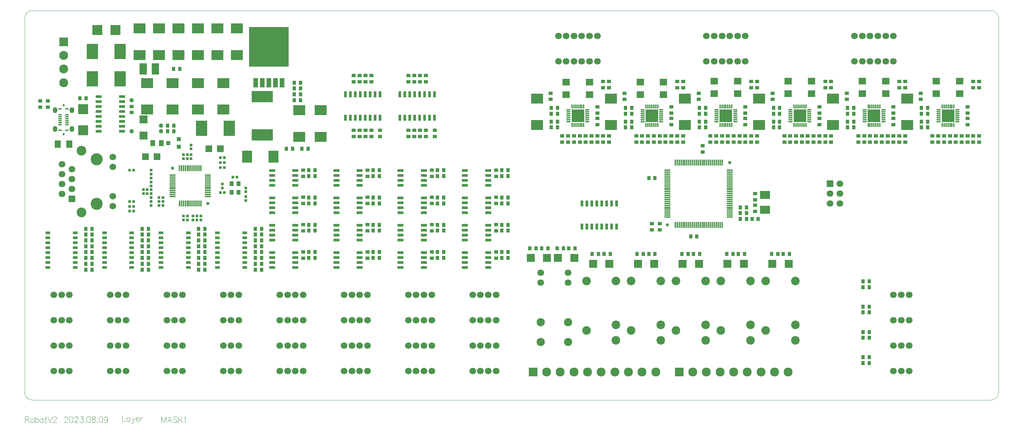
<source format=gbr>
G04*
G04 #@! TF.GenerationSoftware,Altium Limited,Altium Designer,23.8.1 (32)*
G04*
G04 Layer_Color=8388736*
%FSLAX44Y44*%
%MOMM*%
G71*
G04*
G04 #@! TF.SameCoordinates,F21A4230-7023-44C8-9C34-A26C4C793EA4*
G04*
G04*
G04 #@! TF.FilePolarity,Negative*
G04*
G01*
G75*
%ADD21C,0.1000*%
%ADD22R,2.5000X2.5000*%
%ADD23R,1.0000X0.9000*%
%ADD24R,0.9000X1.0000*%
%ADD25R,2.6000X2.6000*%
%ADD26R,1.6000X1.9000*%
%ADD27R,1.9000X1.7000*%
%ADD28R,3.2500X3.2500*%
%ADD29R,0.4000X1.1000*%
%ADD30R,1.1000X0.4000*%
%ADD31C,0.8000*%
%ADD32R,1.6000X0.4000*%
%ADD33R,0.4000X1.6000*%
%ADD34R,2.9000X3.9000*%
%ADD35R,5.5000X3.0000*%
%ADD36R,1.9000X2.9000*%
%ADD37R,1.2430X2.3860*%
%ADD38R,10.2600X10.2600*%
%ADD39R,2.5000X2.0000*%
%ADD40R,2.1000X2.1000*%
%ADD41R,3.1000X2.6000*%
%ADD42R,1.7000X1.7000*%
%ADD43R,0.7000X0.7000*%
%ADD44R,1.3000X1.5000*%
%ADD45R,1.0500X1.3000*%
%ADD46R,0.7000X1.6000*%
%ADD47R,1.3000X0.7000*%
%ADD48R,0.9700X0.4000*%
%ADD49R,1.1000X1.1000*%
%ADD50R,1.6000X0.7000*%
%ADD51R,2.1000X2.1000*%
%ADD52R,0.7000X0.7000*%
%ADD53R,2.6000X3.1000*%
%ADD54C,1.7000*%
%ADD55C,2.1000*%
%ADD56C,1.1000*%
%ADD57R,2.3000X2.3000*%
%ADD58C,2.3000*%
%ADD59C,2.2000*%
%ADD60C,3.1000*%
G04:AMPARAMS|DCode=61|XSize=1.7mm|YSize=1.7mm|CornerRadius=0.21mm|HoleSize=0mm|Usage=FLASHONLY|Rotation=270.000|XOffset=0mm|YOffset=0mm|HoleType=Round|Shape=RoundedRectangle|*
%AMROUNDEDRECTD61*
21,1,1.7000,1.2800,0,0,270.0*
21,1,1.2800,1.7000,0,0,270.0*
1,1,0.4200,-0.6400,-0.6400*
1,1,0.4200,-0.6400,0.6400*
1,1,0.4200,0.6400,0.6400*
1,1,0.4200,0.6400,-0.6400*
%
%ADD61ROUNDEDRECTD61*%
%ADD62C,2.5000*%
%ADD63R,2.3000X2.3000*%
%ADD64C,0.6000*%
%ADD65O,1.2000X1.5000*%
D21*
X-899000Y-542502D02*
Y-557498D01*
Y-542502D02*
X-893287Y-557498D01*
X-887574Y-542502D02*
X-893287Y-557498D01*
X-887574Y-542502D02*
Y-557498D01*
X-871863D02*
X-877576Y-542502D01*
X-883289Y-557498D01*
X-881147Y-552499D02*
X-874005D01*
X-858366Y-544644D02*
X-859794Y-543216D01*
X-861937Y-542502D01*
X-864793D01*
X-866936Y-543216D01*
X-868364Y-544644D01*
Y-546072D01*
X-867650Y-547500D01*
X-866936Y-548215D01*
X-865507Y-548929D01*
X-861222Y-550357D01*
X-859794Y-551071D01*
X-859080Y-551785D01*
X-858366Y-553214D01*
Y-555356D01*
X-859794Y-556784D01*
X-861937Y-557498D01*
X-864793D01*
X-866936Y-556784D01*
X-868364Y-555356D01*
X-855010Y-542502D02*
Y-557498D01*
X-845012Y-542502D02*
X-855010Y-552499D01*
X-851439Y-548929D02*
X-845012Y-557498D01*
X-841655Y-545358D02*
X-840227Y-544644D01*
X-838084Y-542502D01*
Y-557498D01*
X1250000Y480000D02*
G03*
X1230000Y500000I-20000J0D01*
G01*
X1230000Y-500000D02*
G03*
X1250000Y-480000I0J20000D01*
G01*
X-1230000Y500000D02*
G03*
X-1250000Y480000I0J-20000D01*
G01*
X-1249910Y-480090D02*
G03*
X-1230000Y-499910I19910J90D01*
G01*
X1250000Y-480000D02*
Y480000D01*
X-1230000Y500000D02*
X1230000D01*
X-1230000Y-500000D02*
X1230000D01*
X-1249910Y-480090D02*
Y480090D01*
X-1148286Y-546072D02*
Y-545358D01*
X-1147572Y-543930D01*
X-1146858Y-543216D01*
X-1145429Y-542502D01*
X-1142573D01*
X-1141145Y-543216D01*
X-1140430Y-543930D01*
X-1139716Y-545358D01*
Y-546786D01*
X-1140430Y-548215D01*
X-1141859Y-550357D01*
X-1149000Y-557498D01*
X-1139002D01*
X-1131361Y-542502D02*
X-1133503Y-543216D01*
X-1134932Y-545358D01*
X-1135646Y-548929D01*
Y-551071D01*
X-1134932Y-554642D01*
X-1133503Y-556784D01*
X-1131361Y-557498D01*
X-1129933D01*
X-1127790Y-556784D01*
X-1126362Y-554642D01*
X-1125648Y-551071D01*
Y-548929D01*
X-1126362Y-545358D01*
X-1127790Y-543216D01*
X-1129933Y-542502D01*
X-1131361D01*
X-1121577Y-546072D02*
Y-545358D01*
X-1120863Y-543930D01*
X-1120149Y-543216D01*
X-1118721Y-542502D01*
X-1115864D01*
X-1114436Y-543216D01*
X-1113722Y-543930D01*
X-1113008Y-545358D01*
Y-546786D01*
X-1113722Y-548215D01*
X-1115150Y-550357D01*
X-1122291Y-557498D01*
X-1112294D01*
X-1107509Y-542502D02*
X-1099653D01*
X-1103938Y-548215D01*
X-1101796D01*
X-1100368Y-548929D01*
X-1099653Y-549643D01*
X-1098939Y-551785D01*
Y-553214D01*
X-1099653Y-555356D01*
X-1101082Y-556784D01*
X-1103224Y-557498D01*
X-1105367D01*
X-1107509Y-556784D01*
X-1108223Y-556070D01*
X-1108937Y-554642D01*
X-1094869Y-556070D02*
X-1095583Y-556784D01*
X-1094869Y-557498D01*
X-1094155Y-556784D01*
X-1094869Y-556070D01*
X-1086585Y-542502D02*
X-1088727Y-543216D01*
X-1090155Y-545358D01*
X-1090870Y-548929D01*
Y-551071D01*
X-1090155Y-554642D01*
X-1088727Y-556784D01*
X-1086585Y-557498D01*
X-1085157D01*
X-1083014Y-556784D01*
X-1081586Y-554642D01*
X-1080872Y-551071D01*
Y-548929D01*
X-1081586Y-545358D01*
X-1083014Y-543216D01*
X-1085157Y-542502D01*
X-1086585D01*
X-1073945D02*
X-1076087Y-543216D01*
X-1076801Y-544644D01*
Y-546072D01*
X-1076087Y-547500D01*
X-1074659Y-548215D01*
X-1071802Y-548929D01*
X-1069660Y-549643D01*
X-1068232Y-551071D01*
X-1067517Y-552500D01*
Y-554642D01*
X-1068232Y-556070D01*
X-1068946Y-556784D01*
X-1071088Y-557498D01*
X-1073945D01*
X-1076087Y-556784D01*
X-1076801Y-556070D01*
X-1077515Y-554642D01*
Y-552500D01*
X-1076801Y-551071D01*
X-1075373Y-549643D01*
X-1073231Y-548929D01*
X-1070374Y-548215D01*
X-1068946Y-547500D01*
X-1068232Y-546072D01*
Y-544644D01*
X-1068946Y-543216D01*
X-1071088Y-542502D01*
X-1073945D01*
X-1063447Y-556070D02*
X-1064161Y-556784D01*
X-1063447Y-557498D01*
X-1062733Y-556784D01*
X-1063447Y-556070D01*
X-1055163Y-542502D02*
X-1057305Y-543216D01*
X-1058734Y-545358D01*
X-1059448Y-548929D01*
Y-551071D01*
X-1058734Y-554642D01*
X-1057305Y-556784D01*
X-1055163Y-557498D01*
X-1053735D01*
X-1051592Y-556784D01*
X-1050164Y-554642D01*
X-1049450Y-551071D01*
Y-548929D01*
X-1050164Y-545358D01*
X-1051592Y-543216D01*
X-1053735Y-542502D01*
X-1055163D01*
X-1036810Y-547500D02*
X-1037524Y-549643D01*
X-1038952Y-551071D01*
X-1041095Y-551785D01*
X-1041809D01*
X-1043951Y-551071D01*
X-1045379Y-549643D01*
X-1046094Y-547500D01*
Y-546786D01*
X-1045379Y-544644D01*
X-1043951Y-543216D01*
X-1041809Y-542502D01*
X-1041095D01*
X-1038952Y-543216D01*
X-1037524Y-544644D01*
X-1036810Y-547500D01*
Y-551071D01*
X-1037524Y-554642D01*
X-1038952Y-556784D01*
X-1041095Y-557498D01*
X-1042523D01*
X-1044665Y-556784D01*
X-1045379Y-555356D01*
X-1249000Y-542502D02*
Y-557498D01*
Y-542502D02*
X-1242573D01*
X-1240430Y-543216D01*
X-1239716Y-543930D01*
X-1239002Y-545358D01*
Y-546786D01*
X-1239716Y-548215D01*
X-1240430Y-548929D01*
X-1242573Y-549643D01*
X-1249000D01*
X-1244001D02*
X-1239002Y-557498D01*
X-1232075Y-547500D02*
X-1233503Y-548215D01*
X-1234932Y-549643D01*
X-1235646Y-551785D01*
Y-553214D01*
X-1234932Y-555356D01*
X-1233503Y-556784D01*
X-1232075Y-557498D01*
X-1229933D01*
X-1228504Y-556784D01*
X-1227076Y-555356D01*
X-1226362Y-553214D01*
Y-551785D01*
X-1227076Y-549643D01*
X-1228504Y-548215D01*
X-1229933Y-547500D01*
X-1232075D01*
X-1223077Y-542502D02*
Y-557498D01*
Y-549643D02*
X-1221649Y-548215D01*
X-1220220Y-547500D01*
X-1218078D01*
X-1216650Y-548215D01*
X-1215221Y-549643D01*
X-1214507Y-551785D01*
Y-553214D01*
X-1215221Y-555356D01*
X-1216650Y-556784D01*
X-1218078Y-557498D01*
X-1220220D01*
X-1221649Y-556784D01*
X-1223077Y-555356D01*
X-1207723Y-547500D02*
X-1209151Y-548215D01*
X-1210580Y-549643D01*
X-1211294Y-551785D01*
Y-553214D01*
X-1210580Y-555356D01*
X-1209151Y-556784D01*
X-1207723Y-557498D01*
X-1205581D01*
X-1204153Y-556784D01*
X-1202724Y-555356D01*
X-1202010Y-553214D01*
Y-551785D01*
X-1202724Y-549643D01*
X-1204153Y-548215D01*
X-1205581Y-547500D01*
X-1207723D01*
X-1196583Y-542502D02*
Y-554642D01*
X-1195869Y-556784D01*
X-1194440Y-557498D01*
X-1193012D01*
X-1198725Y-547500D02*
X-1193726D01*
X-1190870Y-542502D02*
X-1185156Y-557498D01*
X-1179444Y-542502D02*
X-1185156Y-557498D01*
X-1176801Y-546072D02*
Y-545358D01*
X-1176087Y-543930D01*
X-1175373Y-543216D01*
X-1173945Y-542502D01*
X-1171088D01*
X-1169660Y-543216D01*
X-1168946Y-543930D01*
X-1168232Y-545358D01*
Y-546786D01*
X-1168946Y-548215D01*
X-1170374Y-550357D01*
X-1177515Y-557498D01*
X-1167517D01*
X-999000Y-540002D02*
Y-554999D01*
X-990430D01*
X-980218Y-545001D02*
Y-554999D01*
Y-547144D02*
X-981647Y-545715D01*
X-983075Y-545001D01*
X-985217D01*
X-986646Y-545715D01*
X-988074Y-547144D01*
X-988788Y-549286D01*
Y-550714D01*
X-988074Y-552856D01*
X-986646Y-554285D01*
X-985217Y-554999D01*
X-983075D01*
X-981647Y-554285D01*
X-980218Y-552856D01*
X-975505Y-545001D02*
X-971220Y-554999D01*
X-966936Y-545001D02*
X-971220Y-554999D01*
X-972648Y-557855D01*
X-974077Y-559284D01*
X-975505Y-559998D01*
X-976219D01*
X-964436Y-549286D02*
X-955866D01*
Y-547858D01*
X-956581Y-546429D01*
X-957295Y-545715D01*
X-958723Y-545001D01*
X-960865D01*
X-962294Y-545715D01*
X-963722Y-547144D01*
X-964436Y-549286D01*
Y-550714D01*
X-963722Y-552856D01*
X-962294Y-554285D01*
X-960865Y-554999D01*
X-958723D01*
X-957295Y-554285D01*
X-955866Y-552856D01*
X-952653Y-545001D02*
Y-554999D01*
Y-549286D02*
X-951939Y-547144D01*
X-950510Y-545715D01*
X-949082Y-545001D01*
X-946940D01*
D22*
X-1016500Y450000D02*
D03*
X-1063500D02*
D03*
D23*
X1155000Y162000D02*
D03*
Y178000D02*
D03*
X965000D02*
D03*
Y162000D02*
D03*
X775000D02*
D03*
Y178000D02*
D03*
X585000D02*
D03*
Y162000D02*
D03*
X395000D02*
D03*
Y178000D02*
D03*
X205000D02*
D03*
Y162000D02*
D03*
X1125000D02*
D03*
Y178000D02*
D03*
X935000D02*
D03*
Y162000D02*
D03*
X745000D02*
D03*
Y178000D02*
D03*
X555000D02*
D03*
Y162000D02*
D03*
X365000D02*
D03*
Y178000D02*
D03*
X175000D02*
D03*
Y162000D02*
D03*
X1170000D02*
D03*
Y178000D02*
D03*
X980000D02*
D03*
Y162000D02*
D03*
X790000D02*
D03*
Y178000D02*
D03*
X600000D02*
D03*
Y162000D02*
D03*
X410000D02*
D03*
Y178000D02*
D03*
X220000D02*
D03*
Y162000D02*
D03*
X1170000Y207000D02*
D03*
Y223000D02*
D03*
X980000D02*
D03*
Y207000D02*
D03*
X790000D02*
D03*
Y223000D02*
D03*
X600000D02*
D03*
Y207000D02*
D03*
X410000D02*
D03*
Y223000D02*
D03*
X220000D02*
D03*
Y207000D02*
D03*
X-360000Y177000D02*
D03*
Y193000D02*
D03*
X-220000D02*
D03*
Y177000D02*
D03*
X-375000D02*
D03*
Y193000D02*
D03*
X-235000D02*
D03*
Y177000D02*
D03*
X-390000D02*
D03*
Y193000D02*
D03*
X-250000D02*
D03*
Y177000D02*
D03*
X-405000D02*
D03*
Y193000D02*
D03*
X-265000D02*
D03*
Y177000D02*
D03*
X-1190000Y268000D02*
D03*
Y252000D02*
D03*
X-405000Y317000D02*
D03*
Y333000D02*
D03*
X-265000D02*
D03*
Y317000D02*
D03*
X-390000D02*
D03*
Y333000D02*
D03*
X-250000D02*
D03*
Y317000D02*
D03*
X-375000D02*
D03*
Y333000D02*
D03*
X-235000D02*
D03*
Y317000D02*
D03*
X-360000D02*
D03*
Y333000D02*
D03*
X-220000D02*
D03*
Y317000D02*
D03*
X1170000Y253000D02*
D03*
Y237000D02*
D03*
X980000D02*
D03*
Y253000D02*
D03*
X790000D02*
D03*
Y237000D02*
D03*
X600000D02*
D03*
Y253000D02*
D03*
X410000D02*
D03*
Y237000D02*
D03*
X220000D02*
D03*
Y253000D02*
D03*
X1110000Y178000D02*
D03*
Y162000D02*
D03*
X920000D02*
D03*
Y178000D02*
D03*
X730000D02*
D03*
Y162000D02*
D03*
X540000D02*
D03*
Y178000D02*
D03*
X350000D02*
D03*
Y162000D02*
D03*
X160000D02*
D03*
Y178000D02*
D03*
X1095000D02*
D03*
Y162000D02*
D03*
X905000D02*
D03*
Y178000D02*
D03*
X715000D02*
D03*
Y162000D02*
D03*
X525000D02*
D03*
Y178000D02*
D03*
X335000D02*
D03*
Y162000D02*
D03*
X145000D02*
D03*
Y178000D02*
D03*
X1080000D02*
D03*
Y162000D02*
D03*
X890000D02*
D03*
Y178000D02*
D03*
X700000D02*
D03*
Y162000D02*
D03*
X510000D02*
D03*
Y178000D02*
D03*
X320000D02*
D03*
Y162000D02*
D03*
X130000D02*
D03*
Y178000D02*
D03*
X-975000Y238048D02*
D03*
Y254048D02*
D03*
X1200000Y302000D02*
D03*
Y318000D02*
D03*
X1010000D02*
D03*
Y302000D02*
D03*
X820000D02*
D03*
Y318000D02*
D03*
X630000D02*
D03*
Y302000D02*
D03*
X440000D02*
D03*
Y318000D02*
D03*
X250000Y318000D02*
D03*
Y302000D02*
D03*
X1200000Y178000D02*
D03*
Y162000D02*
D03*
X1010000D02*
D03*
Y178000D02*
D03*
X820000D02*
D03*
Y162000D02*
D03*
X630000D02*
D03*
Y178000D02*
D03*
X440000D02*
D03*
Y162000D02*
D03*
X250000D02*
D03*
Y178000D02*
D03*
X-1210000Y252000D02*
D03*
Y268000D02*
D03*
X625000Y-15500D02*
D03*
Y500D02*
D03*
X-40000Y-135500D02*
D03*
Y-119500D02*
D03*
X235000Y302000D02*
D03*
Y318000D02*
D03*
Y178000D02*
D03*
Y162000D02*
D03*
X670000Y272000D02*
D03*
Y288000D02*
D03*
X-40000Y74500D02*
D03*
Y90500D02*
D03*
X-535000Y74500D02*
D03*
Y90500D02*
D03*
X290000Y288000D02*
D03*
X425000Y318000D02*
D03*
Y302000D02*
D03*
X615000Y318000D02*
D03*
Y302000D02*
D03*
X805000Y318000D02*
D03*
Y302000D02*
D03*
X995000Y318000D02*
D03*
Y302000D02*
D03*
X1185000Y318000D02*
D03*
Y302000D02*
D03*
Y162000D02*
D03*
Y178000D02*
D03*
X995000Y162000D02*
D03*
Y178000D02*
D03*
X805000Y162000D02*
D03*
Y178000D02*
D03*
X615000Y162000D02*
D03*
Y178000D02*
D03*
X425000Y162000D02*
D03*
Y178000D02*
D03*
X-205000Y-119500D02*
D03*
Y-135500D02*
D03*
X-40000Y20500D02*
D03*
Y4500D02*
D03*
X-370000Y-119500D02*
D03*
Y-135500D02*
D03*
X-205000Y20500D02*
D03*
Y4500D02*
D03*
X-370000Y20500D02*
D03*
Y4500D02*
D03*
X-535000Y20500D02*
D03*
Y4500D02*
D03*
Y-119500D02*
D03*
Y-135500D02*
D03*
X1050000Y288000D02*
D03*
Y272000D02*
D03*
X860000Y288000D02*
D03*
Y272000D02*
D03*
X480000Y288000D02*
D03*
Y272000D02*
D03*
X290000D02*
D03*
X100000Y288000D02*
D03*
Y272000D02*
D03*
X380000Y-47000D02*
D03*
Y-63000D02*
D03*
X490000Y137000D02*
D03*
Y153000D02*
D03*
X360000Y-47000D02*
D03*
Y-63000D02*
D03*
X-535000Y-49500D02*
D03*
Y-65500D02*
D03*
X-370000Y90500D02*
D03*
Y74500D02*
D03*
Y-49500D02*
D03*
Y-65500D02*
D03*
X-205000Y90500D02*
D03*
Y74500D02*
D03*
Y-49500D02*
D03*
Y-65500D02*
D03*
X-40000Y-49500D02*
D03*
Y-65500D02*
D03*
X1140000Y178000D02*
D03*
Y162000D02*
D03*
X950000Y178000D02*
D03*
Y162000D02*
D03*
X760000Y178000D02*
D03*
Y162000D02*
D03*
X570000Y178000D02*
D03*
Y162000D02*
D03*
X380000Y178000D02*
D03*
Y162000D02*
D03*
X190000Y178000D02*
D03*
Y162000D02*
D03*
X-337500Y193000D02*
D03*
Y177000D02*
D03*
X-197500Y193000D02*
D03*
Y177000D02*
D03*
X625000Y14500D02*
D03*
Y30500D02*
D03*
D24*
X1068000Y250000D02*
D03*
X1052000D02*
D03*
X862000D02*
D03*
X878000D02*
D03*
X688000D02*
D03*
X672000D02*
D03*
X482000D02*
D03*
X498000D02*
D03*
X308000D02*
D03*
X292000D02*
D03*
X102000D02*
D03*
X118000D02*
D03*
X-803000Y-75000D02*
D03*
X-787000D02*
D03*
X-642000D02*
D03*
X-658000D02*
D03*
X-803000Y-105000D02*
D03*
X-787000D02*
D03*
X-642000D02*
D03*
X-658000D02*
D03*
X-803000Y-135000D02*
D03*
X-787000D02*
D03*
X-642000D02*
D03*
X-658000D02*
D03*
X-803000Y-165000D02*
D03*
X-787000D02*
D03*
X-642000D02*
D03*
X-658000D02*
D03*
X-883000Y190000D02*
D03*
X-867000D02*
D03*
Y205000D02*
D03*
X-883000D02*
D03*
X-558000Y300000D02*
D03*
X-542000D02*
D03*
X603000Y-20000D02*
D03*
X587000D02*
D03*
X633000Y-35000D02*
D03*
X617000D02*
D03*
X-520500Y75000D02*
D03*
X-504500D02*
D03*
Y-65000D02*
D03*
X-520500D02*
D03*
X-355500Y75000D02*
D03*
X-339500D02*
D03*
X-339500Y-65000D02*
D03*
X-355500D02*
D03*
X-190500Y75000D02*
D03*
X-174500D02*
D03*
Y-65000D02*
D03*
X-190500D02*
D03*
X-25500Y75000D02*
D03*
X-9500D02*
D03*
Y-65000D02*
D03*
X-25500D02*
D03*
X-520500Y90000D02*
D03*
X-504500D02*
D03*
Y-50000D02*
D03*
X-520500D02*
D03*
X-355500Y90000D02*
D03*
X-339500D02*
D03*
X-339500Y-50000D02*
D03*
X-355500D02*
D03*
X-190500Y90000D02*
D03*
X-174500D02*
D03*
Y-50000D02*
D03*
X-190500D02*
D03*
X-25500Y90000D02*
D03*
X-9500D02*
D03*
Y-50000D02*
D03*
X-25500D02*
D03*
X-558000Y285000D02*
D03*
X-542000D02*
D03*
Y270000D02*
D03*
X-558000D02*
D03*
X47000Y-110000D02*
D03*
X63000D02*
D03*
X133000D02*
D03*
X117000D02*
D03*
X207000Y-125000D02*
D03*
X223000D02*
D03*
X338000D02*
D03*
X322000D02*
D03*
X437000D02*
D03*
X453000D02*
D03*
X568000D02*
D03*
X552000D02*
D03*
X667000D02*
D03*
X683000D02*
D03*
X-1077000Y-75000D02*
D03*
X-1093000D02*
D03*
X-948000D02*
D03*
X-932000D02*
D03*
X-1077000Y-105000D02*
D03*
X-1093000D02*
D03*
X-948000D02*
D03*
X-932000D02*
D03*
X-1077000Y-135000D02*
D03*
X-1093000D02*
D03*
X-948000D02*
D03*
X-932000D02*
D03*
X-1077000Y-165000D02*
D03*
X-1093000D02*
D03*
X-948000D02*
D03*
X-932000D02*
D03*
X-520500Y5000D02*
D03*
X-504500D02*
D03*
Y-135000D02*
D03*
X-520500D02*
D03*
X-355500Y5000D02*
D03*
X-339500D02*
D03*
Y-135000D02*
D03*
X-355500D02*
D03*
X-190500Y5000D02*
D03*
X-174500D02*
D03*
Y-135000D02*
D03*
X-190500D02*
D03*
X-25500Y5000D02*
D03*
X-9500D02*
D03*
Y-135000D02*
D03*
X-25500D02*
D03*
X-520500Y20000D02*
D03*
X-504500D02*
D03*
Y-120000D02*
D03*
X-520500D02*
D03*
X-355500Y20000D02*
D03*
X-339500D02*
D03*
Y-120000D02*
D03*
X-355500D02*
D03*
X-190500Y20000D02*
D03*
X-174500D02*
D03*
Y-120000D02*
D03*
X-190500D02*
D03*
X-25500Y20000D02*
D03*
X-9500D02*
D03*
Y-120000D02*
D03*
X-25500D02*
D03*
X918000Y-405000D02*
D03*
X902000D02*
D03*
Y-340000D02*
D03*
X918000D02*
D03*
Y-275000D02*
D03*
X902000D02*
D03*
X918000Y-210000D02*
D03*
X902000D02*
D03*
Y-390000D02*
D03*
X918000D02*
D03*
Y-325000D02*
D03*
X902000D02*
D03*
Y-260000D02*
D03*
X918000D02*
D03*
Y-195000D02*
D03*
X902000D02*
D03*
X-948000Y-60000D02*
D03*
X-932000D02*
D03*
X-522000Y145000D02*
D03*
X-538000D02*
D03*
X-562000D02*
D03*
X-578000D02*
D03*
X-787000Y-150000D02*
D03*
X-803000D02*
D03*
X-642000D02*
D03*
X-658000D02*
D03*
X-787000Y-120000D02*
D03*
X-803000D02*
D03*
X-642000D02*
D03*
X-658000D02*
D03*
X-787000Y-90000D02*
D03*
X-803000D02*
D03*
X-642000D02*
D03*
X-658000D02*
D03*
X-787000Y-60000D02*
D03*
X-803000D02*
D03*
X-642000D02*
D03*
X-658000D02*
D03*
X93000Y-110000D02*
D03*
X77000D02*
D03*
X163000D02*
D03*
X147000D02*
D03*
X253000Y-125000D02*
D03*
X237000D02*
D03*
X368000D02*
D03*
X352000D02*
D03*
X483000D02*
D03*
X467000D02*
D03*
X598000D02*
D03*
X582000D02*
D03*
X713000D02*
D03*
X697000D02*
D03*
X-1077000Y-150000D02*
D03*
X-1093000D02*
D03*
X-932000D02*
D03*
X-948000D02*
D03*
X-1077000Y-120000D02*
D03*
X-1093000D02*
D03*
X-932000D02*
D03*
X-948000D02*
D03*
X-1077000Y-90000D02*
D03*
X-1093000D02*
D03*
X-932000D02*
D03*
X-948000D02*
D03*
X-1077000Y-60000D02*
D03*
X-1093000D02*
D03*
X-542000Y315000D02*
D03*
X-558000D02*
D03*
X1068000Y235000D02*
D03*
X1052000D02*
D03*
X878000D02*
D03*
X862000D02*
D03*
X688000D02*
D03*
X672000D02*
D03*
X498000D02*
D03*
X482000D02*
D03*
X308000D02*
D03*
X292000D02*
D03*
X118000D02*
D03*
X102000D02*
D03*
X1068000Y215000D02*
D03*
X1052000D02*
D03*
X878000D02*
D03*
X862000D02*
D03*
X688000D02*
D03*
X672000D02*
D03*
X498000D02*
D03*
X482000D02*
D03*
X308000D02*
D03*
X292000D02*
D03*
X118000D02*
D03*
X102000D02*
D03*
X1068000Y200000D02*
D03*
X1052000D02*
D03*
X878000D02*
D03*
X862000D02*
D03*
X688000D02*
D03*
X672000D02*
D03*
X498000D02*
D03*
X482000D02*
D03*
X308000D02*
D03*
X292000D02*
D03*
X118000D02*
D03*
X102000D02*
D03*
X459500Y-80000D02*
D03*
X475500D02*
D03*
X587000Y-5000D02*
D03*
X603000D02*
D03*
X368000Y70000D02*
D03*
X352000D02*
D03*
X587000Y-35000D02*
D03*
X603000D02*
D03*
X-1092000Y275000D02*
D03*
X-1108000D02*
D03*
X-868000Y350000D02*
D03*
X-852000D02*
D03*
D25*
X-1100000Y193000D02*
D03*
Y247000D02*
D03*
D26*
X-1165000Y157500D02*
D03*
X-1135000D02*
D03*
D27*
X140000Y284000D02*
D03*
Y316000D02*
D03*
X1150000Y318500D02*
D03*
Y286500D02*
D03*
X960000Y318500D02*
D03*
Y286500D02*
D03*
X770000Y318500D02*
D03*
Y286500D02*
D03*
X580000Y318500D02*
D03*
Y286500D02*
D03*
X390000Y316000D02*
D03*
Y284000D02*
D03*
X200000Y316000D02*
D03*
Y284000D02*
D03*
X1090000Y318500D02*
D03*
Y286500D02*
D03*
X900000Y318500D02*
D03*
Y286500D02*
D03*
X710000Y318500D02*
D03*
Y286500D02*
D03*
X520000Y318500D02*
D03*
Y286500D02*
D03*
X330000Y316000D02*
D03*
Y284000D02*
D03*
D28*
X170000Y230000D02*
D03*
X550000D02*
D03*
X1120000D02*
D03*
X930000D02*
D03*
X740000D02*
D03*
X360000D02*
D03*
D29*
X155000Y254000D02*
D03*
X160000D02*
D03*
X165000D02*
D03*
X170000D02*
D03*
X175000D02*
D03*
X180000D02*
D03*
X185000D02*
D03*
Y206000D02*
D03*
X180000D02*
D03*
X175000D02*
D03*
X170000D02*
D03*
X165000D02*
D03*
X160000D02*
D03*
X155000D02*
D03*
X535000D02*
D03*
X540000D02*
D03*
X545000D02*
D03*
X550000D02*
D03*
X555000D02*
D03*
X560000D02*
D03*
X565000D02*
D03*
Y254000D02*
D03*
X560000D02*
D03*
X555000D02*
D03*
X550000D02*
D03*
X545000D02*
D03*
X540000D02*
D03*
X535000D02*
D03*
X1105000Y206000D02*
D03*
X1110000D02*
D03*
X1115000D02*
D03*
X1120000D02*
D03*
X1125000D02*
D03*
X1130000D02*
D03*
X1135000D02*
D03*
Y254000D02*
D03*
X1130000D02*
D03*
X1125000D02*
D03*
X1120000D02*
D03*
X1115000D02*
D03*
X1110000D02*
D03*
X1105000D02*
D03*
X915000Y206000D02*
D03*
X920000D02*
D03*
X925000D02*
D03*
X930000D02*
D03*
X935000D02*
D03*
X940000D02*
D03*
X945000D02*
D03*
Y254000D02*
D03*
X940000D02*
D03*
X935000D02*
D03*
X930000D02*
D03*
X925000D02*
D03*
X920000D02*
D03*
X915000D02*
D03*
X725000Y206000D02*
D03*
X730000D02*
D03*
X735000D02*
D03*
X740000D02*
D03*
X745000D02*
D03*
X750000D02*
D03*
X755000D02*
D03*
Y254000D02*
D03*
X750000D02*
D03*
X745000D02*
D03*
X740000D02*
D03*
X735000D02*
D03*
X730000D02*
D03*
X725000D02*
D03*
X345000Y206000D02*
D03*
X350000D02*
D03*
X355000D02*
D03*
X360000D02*
D03*
X365000D02*
D03*
X370000D02*
D03*
X375000D02*
D03*
Y254000D02*
D03*
X370000D02*
D03*
X365000D02*
D03*
X360000D02*
D03*
X355000D02*
D03*
X350000D02*
D03*
X345000D02*
D03*
D30*
X194000Y245000D02*
D03*
Y240000D02*
D03*
Y235000D02*
D03*
Y230000D02*
D03*
Y225000D02*
D03*
Y220000D02*
D03*
Y215000D02*
D03*
X146000D02*
D03*
Y220000D02*
D03*
Y225000D02*
D03*
Y230000D02*
D03*
Y235000D02*
D03*
Y240000D02*
D03*
Y245000D02*
D03*
X526000D02*
D03*
Y240000D02*
D03*
Y235000D02*
D03*
Y230000D02*
D03*
Y225000D02*
D03*
Y220000D02*
D03*
Y215000D02*
D03*
X574000D02*
D03*
Y220000D02*
D03*
Y225000D02*
D03*
Y230000D02*
D03*
Y235000D02*
D03*
Y240000D02*
D03*
Y245000D02*
D03*
X1096000D02*
D03*
Y240000D02*
D03*
Y235000D02*
D03*
Y230000D02*
D03*
Y225000D02*
D03*
Y220000D02*
D03*
Y215000D02*
D03*
X1144000D02*
D03*
Y220000D02*
D03*
Y225000D02*
D03*
Y230000D02*
D03*
Y235000D02*
D03*
Y240000D02*
D03*
Y245000D02*
D03*
X906000D02*
D03*
Y240000D02*
D03*
Y235000D02*
D03*
Y230000D02*
D03*
Y225000D02*
D03*
Y220000D02*
D03*
Y215000D02*
D03*
X954000D02*
D03*
Y220000D02*
D03*
Y225000D02*
D03*
Y230000D02*
D03*
Y235000D02*
D03*
Y240000D02*
D03*
Y245000D02*
D03*
X716000D02*
D03*
Y240000D02*
D03*
Y235000D02*
D03*
Y230000D02*
D03*
Y225000D02*
D03*
Y220000D02*
D03*
Y215000D02*
D03*
X764000D02*
D03*
Y220000D02*
D03*
Y225000D02*
D03*
Y230000D02*
D03*
Y235000D02*
D03*
Y240000D02*
D03*
Y245000D02*
D03*
X336000D02*
D03*
Y240000D02*
D03*
Y235000D02*
D03*
Y230000D02*
D03*
Y225000D02*
D03*
Y220000D02*
D03*
Y215000D02*
D03*
X384000D02*
D03*
Y220000D02*
D03*
Y225000D02*
D03*
Y230000D02*
D03*
Y235000D02*
D03*
Y240000D02*
D03*
Y245000D02*
D03*
D31*
X560000Y110000D02*
D03*
X400000Y-50000D02*
D03*
X-780000Y5000D02*
D03*
X-870000Y95000D02*
D03*
D32*
X560000Y30000D02*
D03*
X400000D02*
D03*
X560000Y90000D02*
D03*
Y85000D02*
D03*
Y80000D02*
D03*
Y75000D02*
D03*
Y70000D02*
D03*
Y65000D02*
D03*
Y60000D02*
D03*
Y55000D02*
D03*
Y50000D02*
D03*
Y45000D02*
D03*
Y40000D02*
D03*
Y35000D02*
D03*
Y25000D02*
D03*
Y20000D02*
D03*
Y15000D02*
D03*
Y10000D02*
D03*
Y5000D02*
D03*
Y0D02*
D03*
Y-5000D02*
D03*
Y-10000D02*
D03*
Y-15000D02*
D03*
Y-20000D02*
D03*
Y-25000D02*
D03*
Y-30000D02*
D03*
X400000Y35000D02*
D03*
Y40000D02*
D03*
Y45000D02*
D03*
Y50000D02*
D03*
Y55000D02*
D03*
Y60000D02*
D03*
Y65000D02*
D03*
Y70000D02*
D03*
Y75000D02*
D03*
Y80000D02*
D03*
Y85000D02*
D03*
Y90000D02*
D03*
Y-30000D02*
D03*
Y-25000D02*
D03*
Y-20000D02*
D03*
Y-15000D02*
D03*
Y-10000D02*
D03*
Y-5000D02*
D03*
Y0D02*
D03*
Y5000D02*
D03*
Y10000D02*
D03*
Y15000D02*
D03*
Y20000D02*
D03*
Y25000D02*
D03*
X-780000Y52500D02*
D03*
Y47500D02*
D03*
X-870000D02*
D03*
Y52500D02*
D03*
X-780000Y42500D02*
D03*
Y37500D02*
D03*
Y32500D02*
D03*
Y27500D02*
D03*
Y22500D02*
D03*
X-870000D02*
D03*
Y27500D02*
D03*
Y32500D02*
D03*
Y37500D02*
D03*
Y42500D02*
D03*
X-780000Y77500D02*
D03*
Y72500D02*
D03*
Y67500D02*
D03*
Y62500D02*
D03*
Y57500D02*
D03*
X-870000D02*
D03*
Y62500D02*
D03*
Y67500D02*
D03*
Y72500D02*
D03*
Y77500D02*
D03*
D33*
X480000Y110000D02*
D03*
Y-50000D02*
D03*
X485000Y110000D02*
D03*
X490000D02*
D03*
X495000D02*
D03*
X500000D02*
D03*
X505000D02*
D03*
X510000D02*
D03*
X515000D02*
D03*
X520000D02*
D03*
X525000D02*
D03*
X530000D02*
D03*
X535000D02*
D03*
X540000D02*
D03*
Y-50000D02*
D03*
X535000D02*
D03*
X530000D02*
D03*
X525000D02*
D03*
X520000D02*
D03*
X515000D02*
D03*
X510000D02*
D03*
X505000D02*
D03*
X500000D02*
D03*
X495000D02*
D03*
X490000D02*
D03*
X485000D02*
D03*
X420000Y110000D02*
D03*
X425000D02*
D03*
X430000D02*
D03*
X435000D02*
D03*
X440000D02*
D03*
X445000D02*
D03*
X450000D02*
D03*
X455000D02*
D03*
X460000D02*
D03*
X465000D02*
D03*
X470000D02*
D03*
X475000D02*
D03*
Y-50000D02*
D03*
X470000D02*
D03*
X465000D02*
D03*
X460000D02*
D03*
X455000D02*
D03*
X450000D02*
D03*
X445000D02*
D03*
X440000D02*
D03*
X435000D02*
D03*
X430000D02*
D03*
X425000D02*
D03*
X420000D02*
D03*
X-822500Y5000D02*
D03*
X-827500D02*
D03*
Y95000D02*
D03*
X-822500D02*
D03*
X-797500Y5000D02*
D03*
X-802500D02*
D03*
X-807500D02*
D03*
X-812500D02*
D03*
X-817500D02*
D03*
X-832500D02*
D03*
X-837500D02*
D03*
X-842500D02*
D03*
X-847500D02*
D03*
X-852500D02*
D03*
X-817500Y95000D02*
D03*
X-812500D02*
D03*
X-807500D02*
D03*
X-802500D02*
D03*
X-797500D02*
D03*
X-852500D02*
D03*
X-847500D02*
D03*
X-842500D02*
D03*
X-837500D02*
D03*
X-832500D02*
D03*
D34*
X-1075560Y325000D02*
D03*
X-1004440D02*
D03*
X-724440Y197500D02*
D03*
X-795560D02*
D03*
X-1004440Y395000D02*
D03*
X-1075560D02*
D03*
D35*
X-640000Y279500D02*
D03*
Y180500D02*
D03*
D36*
X-946000Y350000D02*
D03*
X-914000D02*
D03*
D37*
X-622982Y315000D02*
D03*
X-588946D02*
D03*
X-605964D02*
D03*
X-657018D02*
D03*
X-640000D02*
D03*
D38*
X-622982Y407075D02*
D03*
D39*
X650000Y-11500D02*
D03*
Y26500D02*
D03*
D40*
X-945000Y221000D02*
D03*
Y179000D02*
D03*
D41*
X-740000Y314000D02*
D03*
Y246000D02*
D03*
X-490000Y176000D02*
D03*
Y244000D02*
D03*
X65000Y274000D02*
D03*
Y206000D02*
D03*
X1015000D02*
D03*
Y274000D02*
D03*
X825000Y206000D02*
D03*
Y274000D02*
D03*
X635000Y206000D02*
D03*
Y274000D02*
D03*
X445000Y206000D02*
D03*
Y274000D02*
D03*
X255000Y206000D02*
D03*
Y274000D02*
D03*
X-935000Y246000D02*
D03*
Y314000D02*
D03*
X-955000Y454000D02*
D03*
Y386000D02*
D03*
X-905000Y454000D02*
D03*
Y386000D02*
D03*
X-855000Y454000D02*
D03*
Y386000D02*
D03*
X-805000Y454000D02*
D03*
Y386000D02*
D03*
X-755000Y454000D02*
D03*
Y386000D02*
D03*
X-705000Y454000D02*
D03*
Y386000D02*
D03*
X-870000Y246000D02*
D03*
Y314000D02*
D03*
X-805000Y246000D02*
D03*
Y314000D02*
D03*
X-545000Y244000D02*
D03*
Y176000D02*
D03*
D42*
X-910000Y125000D02*
D03*
X-940000D02*
D03*
X-747500Y145000D02*
D03*
X-777500D02*
D03*
X817300Y55400D02*
D03*
D43*
X-797500Y-37500D02*
D03*
Y-27500D02*
D03*
X-742500Y55000D02*
D03*
Y45000D02*
D03*
X-925000Y10000D02*
D03*
Y0D02*
D03*
X-682500Y22500D02*
D03*
Y12500D02*
D03*
X-817500Y-27500D02*
D03*
Y-37500D02*
D03*
X-832500Y-27500D02*
D03*
Y-37500D02*
D03*
X-842500Y-27500D02*
D03*
Y-37500D02*
D03*
X-807500Y-27500D02*
D03*
Y-37500D02*
D03*
X-822500Y145000D02*
D03*
Y155000D02*
D03*
X-925000Y70000D02*
D03*
Y60000D02*
D03*
Y80000D02*
D03*
Y90000D02*
D03*
Y50000D02*
D03*
Y40000D02*
D03*
Y20000D02*
D03*
Y30000D02*
D03*
X-822500Y130000D02*
D03*
Y120000D02*
D03*
X-832500Y130000D02*
D03*
Y120000D02*
D03*
X-842500Y130000D02*
D03*
Y120000D02*
D03*
X-682500Y45000D02*
D03*
Y35000D02*
D03*
D44*
X-921000Y160000D02*
D03*
X-899000D02*
D03*
D45*
X-718750Y56000D02*
D03*
X-701250Y56000D02*
D03*
X-718750Y34000D02*
D03*
X-701250D02*
D03*
D46*
X-248851Y284856D02*
D03*
X-236151D02*
D03*
X-223451D02*
D03*
X-261551D02*
D03*
X-274251D02*
D03*
X-210751D02*
D03*
X-198051D02*
D03*
X-286951D02*
D03*
X-223452Y225178D02*
D03*
X-236152D02*
D03*
X-286952D02*
D03*
X-248852D02*
D03*
X-261552D02*
D03*
X-274252D02*
D03*
X-210752D02*
D03*
X-198052D02*
D03*
X269448Y-54822D02*
D03*
X256748D02*
D03*
X193248D02*
D03*
X205948D02*
D03*
X218648D02*
D03*
X180548D02*
D03*
X231348D02*
D03*
X244048D02*
D03*
X180549Y4856D02*
D03*
X269449D02*
D03*
X256749D02*
D03*
X193249D02*
D03*
X205949D02*
D03*
X244049D02*
D03*
X231349D02*
D03*
X218649D02*
D03*
X-338052Y225178D02*
D03*
X-350752D02*
D03*
X-414252D02*
D03*
X-401552D02*
D03*
X-388852D02*
D03*
X-426952D02*
D03*
X-376152D02*
D03*
X-363452D02*
D03*
X-426951Y284856D02*
D03*
X-338051D02*
D03*
X-350751D02*
D03*
X-414251D02*
D03*
X-401551D02*
D03*
X-363451D02*
D03*
X-376151D02*
D03*
X-388851D02*
D03*
D47*
X-975000Y-159450D02*
D03*
Y-70550D02*
D03*
Y-83250D02*
D03*
Y-95950D02*
D03*
Y-108650D02*
D03*
Y-121350D02*
D03*
Y-134050D02*
D03*
Y-146750D02*
D03*
X-1045000Y-70550D02*
D03*
Y-83250D02*
D03*
Y-95950D02*
D03*
Y-108650D02*
D03*
Y-121350D02*
D03*
Y-134050D02*
D03*
Y-146750D02*
D03*
Y-159450D02*
D03*
X-755000D02*
D03*
Y-146750D02*
D03*
Y-134050D02*
D03*
Y-121350D02*
D03*
Y-108650D02*
D03*
Y-95950D02*
D03*
Y-83250D02*
D03*
Y-70550D02*
D03*
X-685000Y-146750D02*
D03*
Y-134050D02*
D03*
Y-121350D02*
D03*
Y-108650D02*
D03*
Y-95950D02*
D03*
Y-83250D02*
D03*
Y-70550D02*
D03*
Y-159450D02*
D03*
X-900000D02*
D03*
Y-146750D02*
D03*
Y-134050D02*
D03*
Y-121350D02*
D03*
Y-108650D02*
D03*
Y-95950D02*
D03*
Y-83250D02*
D03*
Y-70550D02*
D03*
X-830000Y-146750D02*
D03*
Y-134050D02*
D03*
Y-121350D02*
D03*
Y-108650D02*
D03*
Y-95950D02*
D03*
Y-83250D02*
D03*
Y-70550D02*
D03*
Y-159450D02*
D03*
X-1190000D02*
D03*
Y-146750D02*
D03*
Y-134050D02*
D03*
Y-121350D02*
D03*
Y-108650D02*
D03*
Y-95950D02*
D03*
Y-83250D02*
D03*
Y-70550D02*
D03*
X-1120000Y-146750D02*
D03*
Y-134050D02*
D03*
Y-121350D02*
D03*
Y-108650D02*
D03*
Y-95950D02*
D03*
Y-83250D02*
D03*
Y-70550D02*
D03*
Y-159450D02*
D03*
D48*
X-1141350Y247500D02*
D03*
Y192500D02*
D03*
Y222500D02*
D03*
Y217500D02*
D03*
Y227500D02*
D03*
Y232500D02*
D03*
Y212500D02*
D03*
Y207500D02*
D03*
X-1158650Y247500D02*
D03*
Y192500D02*
D03*
Y222500D02*
D03*
Y217500D02*
D03*
Y227500D02*
D03*
Y232500D02*
D03*
Y212500D02*
D03*
Y207500D02*
D03*
D49*
X-881000Y160000D02*
D03*
X-854000Y170000D02*
D03*
Y150000D02*
D03*
D50*
X-60155Y-146350D02*
D03*
Y-133650D02*
D03*
Y-120950D02*
D03*
X-119845Y-146350D02*
D03*
Y-133650D02*
D03*
Y-120950D02*
D03*
Y-159050D02*
D03*
X-60155D02*
D03*
Y63650D02*
D03*
Y76350D02*
D03*
Y89050D02*
D03*
X-119845Y63650D02*
D03*
Y76350D02*
D03*
Y89050D02*
D03*
Y50950D02*
D03*
X-60155D02*
D03*
X-555155Y63650D02*
D03*
Y76350D02*
D03*
Y89050D02*
D03*
X-614845Y63650D02*
D03*
Y76350D02*
D03*
Y89050D02*
D03*
Y50950D02*
D03*
X-555155D02*
D03*
X-60155Y-19050D02*
D03*
X-119845D02*
D03*
Y19050D02*
D03*
Y6350D02*
D03*
Y-6350D02*
D03*
X-60155Y19050D02*
D03*
Y6350D02*
D03*
Y-6350D02*
D03*
X-225155Y-159050D02*
D03*
X-284845D02*
D03*
Y-120950D02*
D03*
Y-133650D02*
D03*
Y-146350D02*
D03*
X-225155Y-120950D02*
D03*
Y-133650D02*
D03*
Y-146350D02*
D03*
Y-19050D02*
D03*
X-284845D02*
D03*
Y19050D02*
D03*
Y6350D02*
D03*
Y-6350D02*
D03*
X-225155Y19050D02*
D03*
Y6350D02*
D03*
Y-6350D02*
D03*
X-390155Y-19050D02*
D03*
X-449845D02*
D03*
Y19050D02*
D03*
Y6350D02*
D03*
Y-6350D02*
D03*
X-390155Y19050D02*
D03*
Y6350D02*
D03*
Y-6350D02*
D03*
Y-159050D02*
D03*
X-449845D02*
D03*
Y-120950D02*
D03*
Y-133650D02*
D03*
Y-146350D02*
D03*
X-390155Y-120950D02*
D03*
Y-133650D02*
D03*
Y-146350D02*
D03*
X-555155Y-89050D02*
D03*
X-614845D02*
D03*
Y-50950D02*
D03*
Y-63650D02*
D03*
Y-76350D02*
D03*
X-555155Y-50950D02*
D03*
Y-63650D02*
D03*
Y-76350D02*
D03*
Y-19050D02*
D03*
X-614845D02*
D03*
Y19050D02*
D03*
Y6350D02*
D03*
Y-6350D02*
D03*
X-555155Y19050D02*
D03*
Y6350D02*
D03*
Y-6350D02*
D03*
Y-159050D02*
D03*
X-614845D02*
D03*
Y-120950D02*
D03*
Y-133650D02*
D03*
Y-146350D02*
D03*
X-555155Y-120950D02*
D03*
Y-133650D02*
D03*
Y-146350D02*
D03*
X-1000178Y279448D02*
D03*
Y266748D02*
D03*
Y203248D02*
D03*
Y215948D02*
D03*
Y228648D02*
D03*
Y190548D02*
D03*
Y241348D02*
D03*
Y254048D02*
D03*
X-1059856Y190549D02*
D03*
Y279449D02*
D03*
Y266749D02*
D03*
Y203249D02*
D03*
Y215949D02*
D03*
Y254049D02*
D03*
Y241349D02*
D03*
Y228649D02*
D03*
X-390155Y50950D02*
D03*
X-449845D02*
D03*
Y89050D02*
D03*
Y76350D02*
D03*
Y63650D02*
D03*
X-390155Y89050D02*
D03*
Y76350D02*
D03*
Y63650D02*
D03*
Y-89050D02*
D03*
X-449845D02*
D03*
Y-50950D02*
D03*
Y-63650D02*
D03*
Y-76350D02*
D03*
X-390155Y-50950D02*
D03*
Y-63650D02*
D03*
Y-76350D02*
D03*
X-225155Y50950D02*
D03*
X-284845D02*
D03*
Y89050D02*
D03*
Y76350D02*
D03*
Y63650D02*
D03*
X-225155Y89050D02*
D03*
Y76350D02*
D03*
Y63650D02*
D03*
Y-89050D02*
D03*
X-284845D02*
D03*
Y-50950D02*
D03*
Y-63650D02*
D03*
Y-76350D02*
D03*
X-225155Y-50950D02*
D03*
Y-63650D02*
D03*
Y-76350D02*
D03*
X-60155Y-89050D02*
D03*
X-119845D02*
D03*
Y-50950D02*
D03*
Y-63650D02*
D03*
Y-76350D02*
D03*
X-60155Y-50950D02*
D03*
Y-63650D02*
D03*
Y-76350D02*
D03*
D51*
X91000Y-135000D02*
D03*
X49000D02*
D03*
X161000D02*
D03*
X119000D02*
D03*
X251000Y-150000D02*
D03*
X209000D02*
D03*
X366000D02*
D03*
X324000D02*
D03*
X481000D02*
D03*
X439000D02*
D03*
X596000D02*
D03*
X554000D02*
D03*
X711000D02*
D03*
X669000D02*
D03*
D52*
X-970000Y10000D02*
D03*
X-980000D02*
D03*
X-945000Y30000D02*
D03*
X-935000D02*
D03*
X-945000Y40000D02*
D03*
X-935000D02*
D03*
X-737500Y122500D02*
D03*
X-747500D02*
D03*
X-715000Y72500D02*
D03*
X-705000D02*
D03*
X-747500Y32500D02*
D03*
X-737500D02*
D03*
X-895000Y0D02*
D03*
X-905000D02*
D03*
X-895000Y20000D02*
D03*
X-905000D02*
D03*
X-980000Y-2500D02*
D03*
X-970000D02*
D03*
X-980000Y-15000D02*
D03*
X-970000D02*
D03*
X-980000Y90000D02*
D03*
X-970000D02*
D03*
X-737500Y110000D02*
D03*
X-747500D02*
D03*
X-737500Y97500D02*
D03*
X-747500D02*
D03*
X-905000Y10000D02*
D03*
X-895000D02*
D03*
D53*
X-679000Y125000D02*
D03*
X-611000D02*
D03*
D54*
X-845000Y-230000D02*
D03*
X-865000D02*
D03*
X-885000D02*
D03*
X-845000Y-295000D02*
D03*
X-865000D02*
D03*
X-885000D02*
D03*
X-845000Y-360000D02*
D03*
X-865000D02*
D03*
X-885000D02*
D03*
X-845000Y-425000D02*
D03*
X-865000D02*
D03*
X-885000D02*
D03*
X-1175000Y-425000D02*
D03*
X-1155000D02*
D03*
X-1135000D02*
D03*
X-1175000Y-360000D02*
D03*
X-1155000D02*
D03*
X-1135000D02*
D03*
X-1175000Y-295000D02*
D03*
X-1155000D02*
D03*
X-1135000D02*
D03*
X-1175000Y-230000D02*
D03*
X-1155000D02*
D03*
X-1135000D02*
D03*
X-700000D02*
D03*
X-720000D02*
D03*
X-740000D02*
D03*
X-700000Y-295000D02*
D03*
X-720000D02*
D03*
X-740000D02*
D03*
X-700000Y-360000D02*
D03*
X-720000D02*
D03*
X-740000D02*
D03*
X-700000Y-425000D02*
D03*
X-720000D02*
D03*
X-740000D02*
D03*
X-1030000D02*
D03*
X-1010000D02*
D03*
X-990000D02*
D03*
X-1030000Y-360000D02*
D03*
X-1010000D02*
D03*
X-990000D02*
D03*
X-1030000Y-295000D02*
D03*
X-1010000D02*
D03*
X-990000D02*
D03*
X-1030000Y-230000D02*
D03*
X-1010000D02*
D03*
X-990000D02*
D03*
X1020000D02*
D03*
X1000000D02*
D03*
X980000D02*
D03*
X1020000Y-295000D02*
D03*
X1000000D02*
D03*
X980000D02*
D03*
X1020000Y-360000D02*
D03*
X1000000D02*
D03*
X980000D02*
D03*
X1020000Y-425000D02*
D03*
X1000000D02*
D03*
X980000D02*
D03*
X842700Y30000D02*
D03*
X817300D02*
D03*
X842700Y4600D02*
D03*
Y55400D02*
D03*
X817300Y4600D02*
D03*
X145000Y-198400D02*
D03*
Y-173000D02*
D03*
X-1153823Y105400D02*
D03*
Y80000D02*
D03*
Y54600D02*
D03*
Y29200D02*
D03*
X-1128423Y41900D02*
D03*
Y67300D02*
D03*
Y92700D02*
D03*
X-1023823Y-2300D02*
D03*
Y23100D02*
D03*
Y98800D02*
D03*
Y124200D02*
D03*
X-100000Y-230000D02*
D03*
X-100000Y-295000D02*
D03*
X-100000Y-360000D02*
D03*
X-100000Y-425000D02*
D03*
X-40000Y-230000D02*
D03*
X-60000D02*
D03*
X-80000D02*
D03*
X-40000Y-295000D02*
D03*
X-60000D02*
D03*
X-80000D02*
D03*
X-40000Y-360000D02*
D03*
X-60000D02*
D03*
X-80000D02*
D03*
X-40000Y-425000D02*
D03*
X-60000D02*
D03*
X-80000D02*
D03*
X600000Y435000D02*
D03*
X600000Y370000D02*
D03*
X560000Y435000D02*
D03*
X540000D02*
D03*
X580000D02*
D03*
X520000D02*
D03*
X560000Y370000D02*
D03*
X540000D02*
D03*
X580000D02*
D03*
X520000D02*
D03*
X500000Y435000D02*
D03*
X500000Y370000D02*
D03*
X980000Y435000D02*
D03*
X980000Y370000D02*
D03*
X940000Y435000D02*
D03*
X920000D02*
D03*
X960000D02*
D03*
X900000D02*
D03*
X940000Y370000D02*
D03*
X920000D02*
D03*
X960000D02*
D03*
X900000D02*
D03*
X880000Y435000D02*
D03*
X880000Y370000D02*
D03*
X120000D02*
D03*
X120000Y435000D02*
D03*
X140000Y370000D02*
D03*
X200000D02*
D03*
X160000D02*
D03*
X180000D02*
D03*
X140000Y435000D02*
D03*
X200000D02*
D03*
X160000D02*
D03*
X180000D02*
D03*
X220000Y370000D02*
D03*
X220000Y435000D02*
D03*
X-595000Y-230000D02*
D03*
X-595000Y-295000D02*
D03*
X-595000Y-360000D02*
D03*
X-595000Y-425000D02*
D03*
X-535000Y-230000D02*
D03*
X-555000D02*
D03*
X-575000D02*
D03*
X-535000Y-295000D02*
D03*
X-555000D02*
D03*
X-575000D02*
D03*
X-535000Y-360000D02*
D03*
X-555000D02*
D03*
X-575000D02*
D03*
X-535000Y-425000D02*
D03*
X-555000D02*
D03*
X-575000D02*
D03*
X-245000D02*
D03*
X-225000D02*
D03*
X-205000D02*
D03*
X-245000Y-360000D02*
D03*
X-225000D02*
D03*
X-205000D02*
D03*
X-245000Y-295000D02*
D03*
X-225000D02*
D03*
X-205000D02*
D03*
X-245000Y-230000D02*
D03*
X-225000D02*
D03*
X-205000D02*
D03*
X-265000Y-425000D02*
D03*
X-265000Y-360000D02*
D03*
X-265000Y-295000D02*
D03*
X-265000Y-230000D02*
D03*
X-430000D02*
D03*
X-430000Y-295000D02*
D03*
X-430000Y-360000D02*
D03*
X-430000Y-425000D02*
D03*
X-370000Y-230000D02*
D03*
X-390000D02*
D03*
X-410000D02*
D03*
X-370000Y-295000D02*
D03*
X-390000D02*
D03*
X-410000D02*
D03*
X-370000Y-360000D02*
D03*
X-390000D02*
D03*
X-410000D02*
D03*
X-370000Y-425000D02*
D03*
X-390000D02*
D03*
X-410000D02*
D03*
X75000Y-173000D02*
D03*
Y-198400D02*
D03*
D55*
X145000Y-350800D02*
D03*
Y-300000D02*
D03*
X75000D02*
D03*
Y-350800D02*
D03*
D56*
X-975000Y190548D02*
D03*
X-900000Y190000D02*
D03*
Y205000D02*
D03*
X-975000Y270000D02*
D03*
D57*
X-1150000Y420000D02*
D03*
D58*
Y385000D02*
D03*
Y350000D02*
D03*
Y315000D02*
D03*
X300000Y-427500D02*
D03*
X90000D02*
D03*
X195000D02*
D03*
X265000D02*
D03*
X370000D02*
D03*
X125000D02*
D03*
X160000D02*
D03*
X230000D02*
D03*
X335000D02*
D03*
X675000D02*
D03*
X465000D02*
D03*
X500000D02*
D03*
X535000D02*
D03*
X570000D02*
D03*
X605000D02*
D03*
X640000D02*
D03*
X710000D02*
D03*
D59*
X652001Y-194001D02*
D03*
X728001Y-306401D02*
D03*
Y-346401D02*
D03*
Y-194001D02*
D03*
X652001Y-321001D02*
D03*
X422001Y-194001D02*
D03*
X498001Y-306401D02*
D03*
Y-346401D02*
D03*
Y-194001D02*
D03*
X422001Y-321001D02*
D03*
X307001D02*
D03*
X383001Y-194001D02*
D03*
Y-346401D02*
D03*
Y-306401D02*
D03*
X307001Y-194001D02*
D03*
X192001Y-321001D02*
D03*
X268001Y-194001D02*
D03*
Y-346401D02*
D03*
Y-306401D02*
D03*
X192001Y-194001D02*
D03*
X537001Y-321001D02*
D03*
X613001Y-194001D02*
D03*
Y-346401D02*
D03*
Y-306401D02*
D03*
X537001Y-194001D02*
D03*
D60*
X-1064923Y118100D02*
D03*
Y3800D02*
D03*
D61*
X-1128423Y16500D02*
D03*
D62*
X-1103823Y-18300D02*
D03*
Y140200D02*
D03*
D63*
X55000Y-427500D02*
D03*
X430000D02*
D03*
D64*
X-1150000Y257500D02*
D03*
Y182500D02*
D03*
D65*
X-1128500Y244000D02*
D03*
X-1171500D02*
D03*
X-1128500Y196000D02*
D03*
X-1171500D02*
D03*
M02*

</source>
